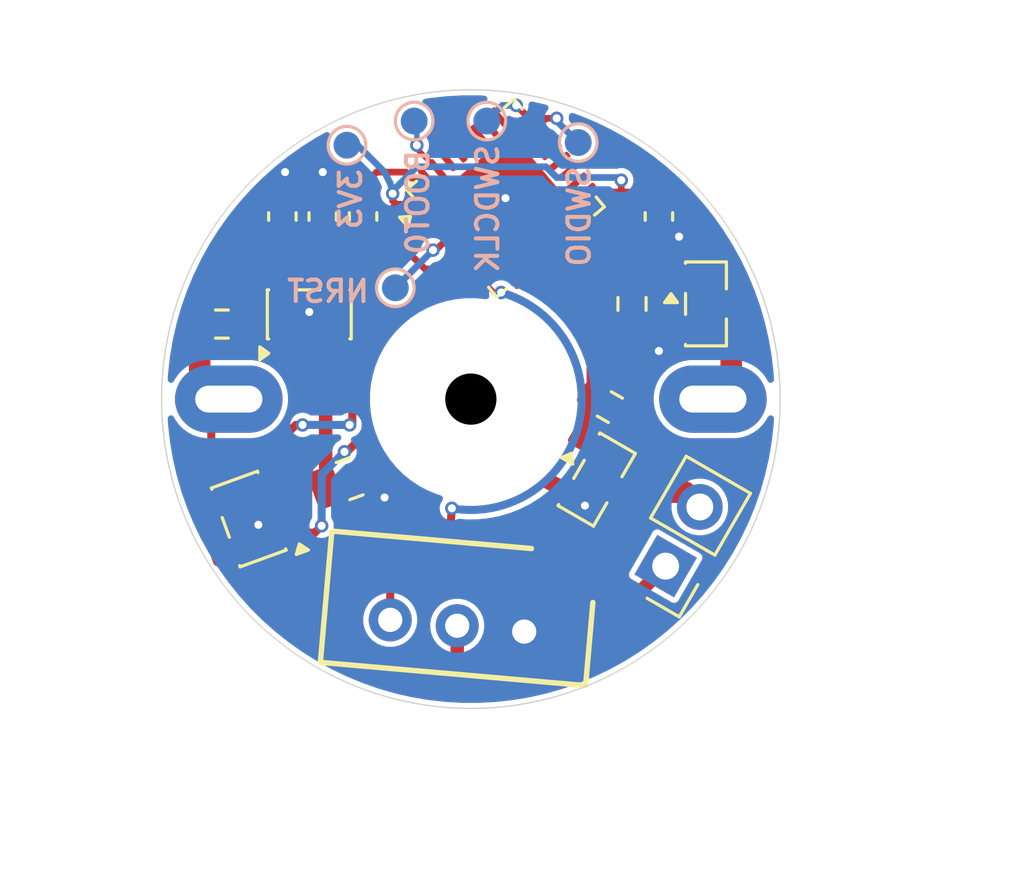
<source format=kicad_pcb>
(kicad_pcb (version 20241229) (generator "pcbnew") (generator_version "9.0")
  (layers (0 "F.Cu" signal) (2 "B.Cu" signal) (13 "F.Paste" user) (15 "B.Paste" user) (5 "F.SilkS" user "F.Silkscreen") (7 "B.SilkS" user "B.Silkscreen") (1 "F.Mask" user) (3 "B.Mask" user) (25 "Edge.Cuts" user))
  (net 0 "")
  (net 1 "GND")
  (net 2 "+3V3")
  (net 3 "+12V")
  (net 4 "Net-(J1-Pin_2)")
  (net 5 "UART_TX")
  (net 6 "PUMP")
  (net 7 "Vout")
  (net 8 "VALVE")
  (net 26 "Net-(Q1-D)")
  (net 28 "Net-(U3--)")
  (net 31 "/SWDIO")
  (net 32 "/SWDCLK")
  (net 33 "/NRST")
  (net 34 "/BOOT0")
  (footprint "Resistor_SMD:R_0603_1608Metric" (layer "F.Cu") (at 155.5 84 -90)
    (property "Reference" "R4" (hide yes))
    (property "Value" "100K")
    (fp_line (start -0.237258 0.5225) (end 0.237258 0.5225) (stroke (width 0.12)) (layer "F.SilkS"))
    (fp_line (start -0.237258 -0.5225) (end 0.237258 -0.5225) (stroke (width 0.12)) (layer "F.SilkS"))
    (pad "1" smd roundrect (at -0.825 0 270) (size 0.8 0.95) (layers "F.Cu" "F.Mask" "F.Paste") (net 6 "PUMP"))
    (pad "2" smd roundrect (at 0.825 0 270) (size 0.8 0.95) (layers "F.Cu" "F.Mask" "F.Paste") (net 1 "GND"))
  )
  (footprint "Capacitor_SMD:C_0603_1608Metric" (layer "F.Cu") (at 142.5 80.75 90)
    (property "Reference" "C2" (hide yes))
    (property "Value" "C 1uf")
    (fp_line (start -0.14058 -0.51) (end 0.14058 -0.51) (stroke (width 0.12)) (layer "F.SilkS"))
    (fp_line (start -0.14058 0.51) (end 0.14058 0.51) (stroke (width 0.12)) (layer "F.SilkS"))
    (pad "1" smd roundrect (at -0.775 0 90) (size 0.9 0.95) (layers "F.Cu" "F.Mask" "F.Paste") (net 2 "+3V3"))
    (pad "2" smd roundrect (at 0.775 0 90) (size 0.9 0.95) (layers "F.Cu" "F.Mask" "F.Paste") (net 1 "GND"))
  )
  (footprint "Capacitor_SMD:C_0805_2012Metric" (layer "F.Cu") (at 145 90.5 20)
    (property "Reference" "C1" (hide yes))
    (property "Value" "C 1uf")
    (fp_line (start -0.261252 -0.735) (end 0.261252 -0.735) (stroke (width 0.12)) (layer "F.SilkS"))
    (fp_line (start -0.261252 0.735) (end 0.261252 0.735) (stroke (width 0.12)) (layer "F.SilkS"))
    (pad "1" smd roundrect (at -0.95 0 20) (size 1 1.45) (layers "F.Cu" "F.Mask" "F.Paste") (net 3 "+12V"))
    (pad "2" smd roundrect (at 0.95 0 20) (size 1 1.45) (layers "F.Cu" "F.Mask" "F.Paste") (net 1 "GND"))
  )
  (footprint "Package_TO_SOT_SMD:SOT-23" (layer "F.Cu") (at 154.188101 90.53125 -30)
    (property "Reference" "Q2" (hide yes))
    (property "Value" "IRLML6344  (modèle du 6244)")
    (fp_line (start -0.760001 1.56) (end -0.76 1.51) (stroke (width 0.12)) (layer "F.SilkS"))
    (fp_line (start -0.760001 0.39) (end -0.760001 -0.39) (stroke (width 0.12)) (layer "F.SilkS"))
    (fp_line (start 0.760001 1.56) (end -0.760001 1.56) (stroke (width 0.12)) (layer "F.SilkS"))
    (fp_line (start -0.76 -1.51) (end -0.760001 -1.56) (stroke (width 0.12)) (layer "F.SilkS"))
    (fp_line (start -0.760001 -1.56) (end 0.760001 -1.56) (stroke (width 0.12)) (layer "F.SilkS"))
    (fp_line (start 0.76 0.56) (end 0.760001 1.56) (stroke (width 0.12)) (layer "F.SilkS"))
    (fp_line (start 0.760001 -1.56) (end 0.759999 -0.560001) (stroke (width 0.12)) (layer "F.SilkS"))
    (fp_poly (pts (xy -1.3 -0.379999) (xy -1.06 -0.050001) (xy -1.54 -0.050001)) (stroke (width 0.12)) (fill yes) (layer "F.SilkS"))
    (pad "1" smd roundrect (at -0.9375 -0.95 330) (size 1.475 0.6) (layers "F.Cu" "F.Mask" "F.Paste") (net 8 "VALVE"))
    (pad "2" smd roundrect (at -0.9375 0.95 330) (size 1.475 0.6) (layers "F.Cu" "F.Mask" "F.Paste") (net 1 "GND"))
    (pad "3" smd roundrect (at 0.9375 0 330) (size 1.475 0.6) (layers "F.Cu" "F.Mask" "F.Paste") (net 4 "Net-(J1-Pin_2)"))
  )
  (footprint "Resistor_SMD:R_0603_1608Metric" (layer "F.Cu") (at 154.675 87.8375 -30)
    (property "Reference" "R5" (hide yes))
    (property "Value" "100K")
    (fp_line (start -0.237258 0.5225) (end 0.237257 0.5225) (stroke (width 0.12)) (layer "F.SilkS"))
    (fp_line (start -0.237257 -0.5225) (end 0.237258 -0.5225) (stroke (width 0.12)) (layer "F.SilkS"))
    (pad "1" smd roundrect (at -0.825 0 330) (size 0.8 0.95) (layers "F.Cu" "F.Mask" "F.Paste") (net 8 "VALVE"))
    (pad "2" smd roundrect (at 0.825 0 330) (size 0.8 0.95) (layers "F.Cu" "F.Mask" "F.Paste") (net 1 "GND"))
  )
  (footprint "ENAC_robotique:SHDR3W70P0X250_1X3_990X490X590P" (layer "F.Cu") (at 151.490486 96.184121 -5)
    (property "Reference" "J2" (hide yes))
    (property "Value" "22-03-5035" (hide yes))
    (fp_line (start -7.449999 1.8) (end 2.45 1.8) (stroke (width 0.2)) (layer "F.SilkS"))
    (fp_line (start -7.449999 -3.1) (end -7.449999 1.8) (stroke (width 0.2)) (layer "F.SilkS"))
    (fp_line (start 0 -3.1) (end -7.449999 -3.1) (stroke (width 0.2)) (layer "F.SilkS"))
    (fp_line (start 2.45 1.8) (end 2.45 -1.299999) (stroke (width 0.2)) (layer "F.SilkS"))
    (pad "1" thru_hole rect (at 0 0 85) (size 1.6 1.6) (drill 0.9) (layers "*.Cu" "*.Mask") (net 1 "GND"))
    (pad "2" thru_hole circle (at -2.499999 -0.000001 85) (size 1.6 1.6) (drill 0.9) (layers "*.Cu" "*.Mask") (net 3 "+12V"))
    (pad "3" thru_hole circle (at -5.000001 0 85) (size 1.6 1.6) (drill 0.9) (layers "*.Cu" "*.Mask") (net 5 "UART_TX"))
  )
  (footprint "Package_TO_SOT_SMD:SOT-23-5" (layer "F.Cu") (at 143.5 84.3875 90)
    (property "Reference" "U2" (hide yes))
    (property "Value" "NCP718xSN120")
    (fp_line (start 0.91 -1.56) (end 0.91 -1.51) (stroke (width 0.12)) (layer "F.SilkS"))
    (fp_line (start -0.91 -1.56) (end 0.91 -1.56) (stroke (width 0.12)) (layer "F.SilkS"))
    (fp_line (start -0.91 -1.51) (end -0.91 -1.56) (stroke (width 0.12)) (layer "F.SilkS"))
    (fp_line (start 0.91 -0.39) (end 0.91 0.39) (stroke (width 0.12)) (layer "F.SilkS"))
    (fp_line (start 0.91 1.51) (end 0.91 1.56) (stroke (width 0.12)) (layer "F.SilkS"))
    (fp_line (start 0.91 1.56) (end -0.91 1.56) (stroke (width 0.12)) (layer "F.SilkS"))
    (fp_line (start -0.91 1.56) (end -0.91 1.51) (stroke (width 0.12)) (layer "F.SilkS"))
    (fp_poly (pts (xy -1.45 -1.51) (xy -1.69 -1.84) (xy -1.21 -1.84)) (stroke (width 0.12)) (fill yes) (layer "F.SilkS"))
    (pad "1" smd roundrect (at -1.1375 -0.95 90) (size 1.325 0.6) (layers "F.Cu" "F.Mask" "F.Paste") (net 3 "+12V"))
    (pad "2" smd roundrect (at -1.1375 0 90) (size 1.325 0.6) (layers "F.Cu" "F.Mask" "F.Paste") (net 1 "GND"))
    (pad "3" smd roundrect (at -1.1375 0.95 90) (size 1.325 0.6) (layers "F.Cu" "F.Mask" "F.Paste") (net 3 "+12V"))
    (pad "4" smd roundrect (at 1.1375 0.95 90) (size 1.325 0.6) (layers "F.Cu" "F.Mask" "F.Paste"))
    (pad "5" smd roundrect (at 1.1375 -0.95 90) (size 1.325 0.6) (layers "F.Cu" "F.Mask" "F.Paste") (net 2 "+3V3"))
  )
  (footprint "Connector_PinHeader_2.54mm:PinHeader_1x02_P2.54mm_Vertical" (layer "F.Cu") (at 156.75 93.75 150)
    (property "Reference" "J1" (hide yes))
    (property "Value" "Conn_01x02_Pin")
    (fp_line (start 1.380001 1.269999) (end 1.379999 3.920001) (stroke (width 0.12)) (layer "F.SilkS"))
    (fp_line (start -1.38 -1.38) (end 0 -1.380001) (stroke (width 0.12)) (layer "F.SilkS"))
    (fp_line (start -1.380001 0) (end -1.38 -1.38) (stroke (width 0.12)) (layer "F.SilkS"))
    (fp_line (start -1.38 1.27) (end 1.380001 1.269999) (stroke (width 0.12)) (layer "F.SilkS"))
    (fp_line (start -1.38 1.27) (end -1.380001 3.920001) (stroke (width 0.12)) (layer "F.SilkS"))
    (fp_line (start -1.380001 3.920001) (end 1.379999 3.920001) (stroke (width 0.12)) (layer "F.SilkS"))
    (pad "1" thru_hole rect (at 0 0 150) (size 1.7 1.7) (drill 1) (layers "*.Cu" "*.Mask") (net 3 "+12V"))
    (pad "2" thru_hole circle (at 0 2.54 150) (size 1.7 1.7) (drill 1) (layers "*.Cu" "*.Mask") (net 4 "Net-(J1-Pin_2)"))
  )
  (footprint "Capacitor_SMD:C_0603_1608Metric" (layer "F.Cu") (at 145.5 80.75 90)
    (property "Reference" "C3" (hide yes))
    (property "Value" "4U7")
    (fp_line (start -0.14058 -0.51) (end 0.14058 -0.51) (stroke (width 0.12)) (layer "F.SilkS"))
    (fp_line (start -0.14058 0.51) (end 0.14058 0.51) (stroke (width 0.12)) (layer "F.SilkS"))
    (pad "1" smd roundrect (at -0.775 0 90) (size 0.9 0.95) (layers "F.Cu" "F.Mask" "F.Paste") (net 2 "+3V3"))
    (pad "2" smd roundrect (at 0.775 0 90) (size 0.9 0.95) (layers "F.Cu" "F.Mask" "F.Paste") (net 1 "GND"))
  )
  (footprint "Package_TO_SOT_SMD:SOT-23-5" (layer "F.Cu") (at 141.25 92 -160)
    (property "Reference" "U3" (hide yes))
    (property "Value" "INA180A1")
    (fp_line (start 0.91 1.56) (end -0.91 1.56) (stroke (width 0.12)) (layer "F.SilkS"))
    (fp_line (start 0.91 1.510001) (end 0.91 1.56) (stroke (width 0.12)) (layer "F.SilkS"))
    (fp_line (start 0.909999 -0.39) (end 0.91 0.39) (stroke (width 0.12)) (layer "F.SilkS"))
    (fp_line (start 0.91 -1.56) (end 0.91 -1.51) (stroke (width 0.12)) (layer "F.SilkS"))
    (fp_line (start -0.91 1.56) (end -0.91 1.51) (stroke (width 0.12)) (layer "F.SilkS"))
    (fp_line (start -0.91 -1.510001) (end -0.91 -1.56) (stroke (width 0.12)) (layer "F.SilkS"))
    (fp_line (start -0.91 -1.56) (end 0.91 -1.56) (stroke (width 0.12)) (layer "F.SilkS"))
    (fp_poly (pts (xy -1.45 -1.51) (xy -1.690001 -1.84) (xy -1.21 -1.84)) (stroke (width 0.12)) (fill yes) (layer "F.SilkS"))
    (pad "1" smd roundrect (at -1.1375 -0.95 200) (size 1.325 0.6) (layers "F.Cu" "F.Mask" "F.Paste") (net 7 "Vout"))
    (pad "2" smd roundrect (at -1.1375 0 200) (size 1.325 0.6) (layers "F.Cu" "F.Mask" "F.Paste") (net 1 "GND"))
    (pad "3" smd roundrect (at -1.1375 0.95 200) (size 1.325 0.6) (layers "F.Cu" "F.Mask" "F.Paste") (net 3 "+12V"))
    (pad "4" smd roundrect (at 1.1375 0.95 200) (size 1.325 0.6) (layers "F.Cu" "F.Mask" "F.Paste") (net 28 "Net-(U3--)"))
    (pad "5" smd roundrect (at 1.1375 -0.95 200) (size 1.325 0.6) (layers "F.Cu" "F.Mask" "F.Paste") (net 2 "+3V3"))
  )
  (footprint "Package_DFN_QFN:QFN-32-1EP_5x5mm_P0.5mm_EP3.45x3.45mm" (layer "F.Cu") (at 150.793783 80.067888 40)
    (property "Reference" "U4" (hide yes))
    (property "Value" "STM32L432KCUx")
    (fp_line (start -2.609999 -2.61) (end -2.135 -2.610001) (stroke (width 0.12)) (layer "F.SilkS"))
    (fp_line (start -2.61 -2.135) (end -2.609999 -2.61) (stroke (width 0.12)) (layer "F.SilkS"))
    (fp_line (start -2.61 2.609999) (end -2.610001 2.135) (stroke (width 0.12)) (layer "F.SilkS"))
    (fp_line (start 2.135 -2.61) (end 2.61 -2.609999) (stroke (width 0.12)) (layer "F.SilkS"))
    (fp_line (start -2.135 2.61) (end -2.61 2.609999) (stroke (width 0.12)) (layer "F.SilkS"))
    (fp_line (start 2.61 -2.609999) (end 2.610001 -2.135) (stroke (width 0.12)) (layer "F.SilkS"))
    (fp_line (start 2.61 2.135) (end 2.609999 2.61) (stroke (width 0.12)) (layer "F.SilkS"))
    (fp_line (start 2.609999 2.61) (end 2.135 2.610001) (stroke (width 0.12)) (layer "F.SilkS"))
    (fp_poly (pts (xy -3.14 -1.75) (xy -3.47 -1.51) (xy -3.47 -1.989999)) (stroke (width 0.12)) (fill yes) (layer "F.SilkS"))
    (pad "1" smd roundrect (at -2.4375 -1.75 40) (size 0.875 0.25) (layers "F.Cu" "F.Mask" "F.Paste") (net 2 "+3V3"))
    (pad "2" smd roundrect (at -2.437499 -1.25 40) (size 0.875 0.25) (layers "F.Cu" "F.Mask" "F.Paste"))
    (pad "3" smd roundrect (at -2.4375 -0.75 40) (size 0.875 0.25) (layers "F.Cu" "F.Mask" "F.Paste"))
    (pad "4" smd roundrect (at -2.437499 -0.25 40) (size 0.875 0.25) (layers "F.Cu" "F.Mask" "F.Paste") (net 33 "/NRST"))
    (pad "5" smd roundrect (at -2.4375 0.25 40) (size 0.875 0.25) (layers "F.Cu" "F.Mask" "F.Paste") (net 2 "+3V3"))
    (pad "6" smd roundrect (at -2.4375 0.75 40) (size 0.875 0.25) (layers "F.Cu" "F.Mask" "F.Paste"))
    (pad "7" smd roundrect (at -2.437501 1.25 40) (size 0.875 0.25) (layers "F.Cu" "F.Mask" "F.Paste") (net 7 "Vout"))
    (pad "8" smd roundrect (at -2.4375 1.75 40) (size 0.875 0.25) (layers "F.Cu" "F.Mask" "F.Paste") (net 5 "UART_TX"))
    (pad "9" smd roundrect (at -1.75 2.4375 40) (size 0.25 0.875) (layers "F.Cu" "F.Mask" "F.Paste"))
    (pad "10" smd roundrect (at -1.25 2.437499 40) (size 0.25 0.875) (layers "F.Cu" "F.Mask" "F.Paste"))
    (pad "11" smd roundrect (at -0.75 2.4375 40) (size 0.25 0.875) (layers "F.Cu" "F.Mask" "F.Paste"))
    (pad "12" smd roundrect (at -0.25 2.437499 40) (size 0.25 0.875) (layers "F.Cu" "F.Mask" "F.Paste"))
    (pad "13" smd roundrect (at 0.25 2.4375 40) (size 0.25 0.875) (layers "F.Cu" "F.Mask" "F.Paste") (net 8 "VALVE"))
    (pad "14" smd roundrect (at 0.75 2.4375 40) (size 0.25 0.875) (layers "F.Cu" "F.Mask" "F.Paste") (net 6 "PUMP"))
    (pad "15" smd roundrect (at 1.25 2.437501 40) (size 0.25 0.875) (layers "F.Cu" "F.Mask" "F.Paste"))
    (pad "16" smd roundrect (at 1.75 2.4375 40) (size 0.25 0.875) (layers "F.Cu" "F.Mask" "F.Paste") (net 1 "GND"))
    (pad "17" smd roundrect (at 2.4375 1.75 40) (size 0.875 0.25) (layers "F.Cu" "F.Mask" "F.Paste") (net 2 "+3V3"))
    (pad "18" smd roundrect (at 2.437499 1.25 40) (size 0.875 0.25) (layers "F.Cu" "F.Mask" "F.Paste"))
    (pad "19" smd roundrect (at 2.4375 0.75 40) (size 0.875 0.25) (layers "F.Cu" "F.Mask" "F.Paste"))
    (pad "20" smd roundrect (at 2.437499 0.25 40) (size 0.875 0.25) (layers "F.Cu" "F.Mask" "F.Paste"))
    (pad "21" smd roundrect (at 2.4375 -0.25 40) (size 0.875 0.25) (layers "F.Cu" "F.Mask" "F.Paste"))
    (pad "22" smd roundrect (at 2.4375 -0.75 40) (size 0.875 0.25) (layers "F.Cu" "F.Mask" "F.Paste"))
    (pad "23" smd roundrect (at 2.437501 -1.25 40) (size 0.875 0.25) (layers "F.Cu" "F.Mask" "F.Paste") (net 31 "/SWDIO"))
    (pad "24" smd roundrect (at 2.4375 -1.75 40) (size 0.875 0.25) (layers "F.Cu" "F.Mask" "F.Paste") (net 32 "/SWDCLK"))
    (pad "25" smd roundrect (at 1.75 -2.4375 40) (size 0.25 0.875) (layers "F.Cu" "F.Mask" "F.Paste"))
    (pad "26" smd roundrect (at 1.25 -2.437499 40) (size 0.25 0.875) (layers "F.Cu" "F.Mask" "F.Paste"))
    (pad "27" smd roundrect (at 0.75 -2.4375 40) (size 0.25 0.875) (layers "F.Cu" "F.Mask" "F.Paste"))
    (pad "28" smd roundrect (at 0.25 -2.437499 40) (size 0.25 0.875) (layers "F.Cu" "F.Mask" "F.Paste"))
    (pad "29" smd roundrect (at -0.25 -2.4375 40) (size 0.25 0.875) (layers "F.Cu" "F.Mask" "F.Paste"))
    (pad "30" smd roundrect (at -0.75 -2.4375 40) (size 0.25 0.875) (layers "F.Cu" "F.Mask" "F.Paste"))
    (pad "31" smd roundrect (at -1.25 -2.437501 40) (size 0.25 0.875) (layers "F.Cu" "F.Mask" "F.Paste") (net 34 "/BOOT0"))
    (pad "32" smd roundrect (at -1.75 -2.4375 40) (size 0.25 0.875) (layers "F.Cu" "F.Mask" "F.Paste") (net 1 "GND"))
    (pad "33" smd rect (at 0 0 40) (size 3.45 3.45) (property pad_prop_heatsink) (layers "F.Cu" "F.Mask") (net 1 "GND"))
  )
  (footprint "Package_TO_SOT_SMD:SOT-23" (layer "F.Cu") (at 158.25 84)
    (property "Reference" "Q1" (hide yes))
    (property "Value" "IRLML6344  (modèle du 6244)")
    (fp_line (start -0.76 -1.56) (end 0.76 -1.56) (stroke (width 0.12)) (layer "F.SilkS"))
    (fp_line (start -0.76 -1.51) (end -0.76 -1.56) (stroke (width 0.12)) (layer "F.SilkS"))
    (fp_line (start -0.76 0.39) (end -0.76 -0.39) (stroke (width 0.12)) (layer "F.SilkS"))
    (fp_line (start -0.76 1.56) (end -0.76 1.51) (stroke (width 0.12)) (layer "F.SilkS"))
    (fp_line (start 0.76 -1.56) (end 0.76 -0.56) (stroke (width 0.12)) (layer "F.SilkS"))
    (fp_line (start 0.76 0.56) (end 0.76 1.56) (stroke (width 0.12)) (layer "F.SilkS"))
    (fp_line (start 0.76 1.56) (end -0.76 1.56) (stroke (width 0.12)) (layer "F.SilkS"))
    (fp_poly (pts (xy -1.3 -0.38) (xy -1.06 -0.05) (xy -1.54 -0.05)) (stroke (width 0.12)) (fill yes) (layer "F.SilkS"))
    (pad "1" smd roundrect (at -0.9375 -0.95) (size 1.475 0.6) (layers "F.Cu" "F.Mask" "F.Paste") (net 6 "PUMP"))
    (pad "2" smd roundrect (at -0.9375 0.95) (size 1.475 0.6) (layers "F.Cu" "F.Mask" "F.Paste") (net 1 "GND"))
    (pad "3" smd roundrect (at 0.9375 0) (size 1.475 0.6) (layers "F.Cu" "F.Mask" "F.Paste") (net 26 "Net-(Q1-D)"))
  )
  (footprint "ENAC_robotique:pompe" (layer "F.Cu") (at 149.5075 87.54)
    (property "Reference" "U1" (hide yes))
    (property "Value" "~")
    (fp_circle (center 0 0) (end 11.5 0) (stroke (width 0.05)) (fill no) (layer "Edge.Cuts"))
    (pad "" np_thru_hole circle (at 0 0) (size 1.905 1.905) (drill 7) (layers))
    (pad "1" thru_hole oval (at -9 0) (size 4 2.5) (drill oval 2.5 1) (layers "*.Cu" "*.Mask") (net 28 "Net-(U3--)"))
    (pad "2" thru_hole oval (at 9 0) (size 4 2.5) (drill oval 2.5 1) (layers "*.Cu" "*.Mask") (net 26 "Net-(Q1-D)"))
  )
  (footprint "Resistor_SMD:R_0603_1608Metric" (layer "F.Cu") (at 140.25 84.75 180)
    (property "Reference" "R1" (hide yes))
    (property "Value" "Rsens")
    (fp_line (start -0.237258 0.5225) (end 0.237258 0.5225) (stroke (width 0.12)) (layer "F.SilkS"))
    (fp_line (start -0.237258 -0.5225) (end 0.237258 -0.5225) (stroke (width 0.12)) (layer "F.SilkS"))
    (pad "1" smd roundrect (at -0.825 0 180) (size 0.8 0.95) (layers "F.Cu" "F.Mask" "F.Paste") (net 3 "+12V"))
    (pad "2" smd roundrect (at 0.825 0 180) (size 0.8 0.95) (layers "F.Cu" "F.Mask" "F.Paste") (net 28 "Net-(U3--)"))
  )
  (footprint "Capacitor_SMD:C_0603_1608Metric" (layer "F.Cu") (at 144 80.75 90)
    (property "Reference" "C4" (hide yes))
    (property "Value" "100n")
    (fp_line (start -0.14058 -0.51) (end 0.14058 -0.51) (stroke (width 0.12)) (layer "F.SilkS"))
    (fp_line (start -0.14058 0.51) (end 0.14058 0.51) (stroke (width 0.12)) (layer "F.SilkS"))
    (pad "1" smd roundrect (at -0.775 0 90) (size 0.9 0.95) (layers "F.Cu" "F.Mask" "F.Paste") (net 2 "+3V3"))
    (pad "2" smd roundrect (at 0.775 0 90) (size 0.9 0.95) (layers "F.Cu" "F.Mask" "F.Paste") (net 1 "GND"))
  )
  (footprint "Capacitor_SMD:C_0603_1608Metric" (layer "F.Cu") (at 156.5 80.75 -90)
    (property "Reference" "C5" (hide yes))
    (property "Value" "100n")
    (fp_line (start -0.14058 0.51) (end 0.14058 0.51) (stroke (width 0.12)) (layer "F.SilkS"))
    (fp_line (start -0.14058 -0.51) (end 0.14058 -0.51) (stroke (width 0.12)) (layer "F.SilkS"))
    (pad "1" smd roundrect (at -0.775 0 270) (size 0.9 0.95) (layers "F.Cu" "F.Mask" "F.Paste") (net 2 "+3V3"))
    (pad "2" smd roundrect (at 0.775 0 270) (size 0.9 0.95) (layers "F.Cu" "F.Mask" "F.Paste") (net 1 "GND"))
  )
  (footprint "TestPoint:TestPoint_Pad_D1.0mm" (layer "B.Cu") (at 146.7 83.4 180)
    (property "Reference" "TP3" (hide yes))
    (property "Value" "NRST_TP" (hide yes))
    (fp_circle (center 0 0) (end 0 -0.7) (stroke (width 0.12)) (fill no) (layer "B.SilkS"))
    (pad "1" smd circle (at 0 0 180) (size 1 1) (layers "B.Cu" "B.Mask") (net 33 "/NRST"))
  )
  (footprint "TestPoint:TestPoint_Pad_D1.0mm" (layer "B.Cu") (at 153.5 78 180)
    (property "Reference" "TP1" (hide yes))
    (property "Value" "SWDIO_TP" (hide yes))
    (fp_circle (center 0 0) (end 0 -0.7) (stroke (width 0.12)) (fill no) (layer "B.SilkS"))
    (pad "1" smd circle (at 0 0 180) (size 1 1) (layers "B.Cu" "B.Mask") (net 31 "/SWDIO"))
  )
  (footprint "TestPoint:TestPoint_Pad_D1.0mm" (layer "B.Cu") (at 150.1 77.2 180)
    (property "Reference" "TP2" (hide yes))
    (property "Value" "SWDCLK_TP" (hide yes))
    (fp_circle (center 0 0) (end 0 -0.7) (stroke (width 0.12)) (fill no) (layer "B.SilkS"))
    (pad "1" smd circle (at 0 0 180) (size 1 1) (layers "B.Cu" "B.Mask") (net 32 "/SWDCLK"))
  )
  (footprint "TestPoint:TestPoint_Pad_D1.0mm" (layer "B.Cu") (at 147.4 77.2 180)
    (property "Reference" "TP5" (hide yes))
    (property "Value" "BOOT0_TP" (hide yes))
    (fp_circle (center 0 0) (end 0 -0.7) (stroke (width 0.12)) (fill no) (layer "B.SilkS"))
    (pad "1" smd circle (at 0 0 180) (size 1 1) (layers "B.Cu" "B.Mask") (net 34 "/BOOT0"))
  )
  (footprint "TestPoint:TestPoint_Pad_D1.0mm" (layer "B.Cu") (at 144.9 78.1 180)
    (property "Reference" "TP4" (hide yes))
    (property "Value" "3V3_TP" (hide yes))
    (fp_circle (center 0 0) (end 0 -0.7) (stroke (width 0.12)) (fill no) (layer "B.SilkS"))
    (pad "1" smd circle (at 0 0 180) (size 1 1) (layers "B.Cu" "B.Mask") (net 2 "+3V3"))
  )
  (gr_arc (start 150.635244 83.576119) (mid 153.524939 88.45888) (end 148.8 91.6) (stroke (width 0.3)) (layer "B.Cu") (net 5))
  (gr_text "3V3" (at 145.5 78.9 90) (layer "B.SilkS") (effects (font (size 0.8 0.8) (thickness 0.15) (bold yes)) (justify left bottom mirror)))
  (gr_text "NRST" (at 145.8 84 0) (layer "B.SilkS") (effects (font (size 0.8 0.8) (thickness 0.15) (bold yes)) (justify left bottom mirror)))
  (gr_text "BOOT0" (at 148 78.2 90) (layer "B.SilkS") (effects (font (size 0.8 0.8) (thickness 0.15) (bold yes)) (justify left bottom mirror)))
  (gr_text "SWDCLK" (at 150.6 78 90) (layer "B.SilkS") (effects (font (size 0.8 0.8) (thickness 0.15) (bold yes)) (justify left bottom mirror)))
  (gr_text "SWDIO" (at 154 78.8 90) (layer "B.SilkS") (effects (font (size 0.8 0.8) (thickness 0.15) (bold yes)) (justify left bottom mirror)))
  (segment (start 156.5 84.95) (end 155.625 84.95) (width 0.5) (layer "F.Cu") (net 1))
  (segment (start 156.5 81.525) (end 157.225 81.525) (width 0.5) (layer "F.Cu") (net 1))
  (segment (start 155.389471 86.860529) (end 156.5 85.75) (width 0.5) (layer "F.Cu") (net 1))
  (segment (start 155.625 84.95) (end 155.5 84.825) (width 0.5) (layer "F.Cu") (net 1))
  (segment (start 157.225 81.525) (end 157.25 81.5) (width 0.5) (layer "F.Cu") (net 1))
  (segment (start 155.275 81.525) (end 156.5 81.525) (width 0.25) (layer "F.Cu") (net 1))
  (segment (start 155.389471 88.25) (end 155.389471 86.860529) (width 0.5) (layer "F.Cu") (net 1))
  (segment (start 142.5 79.975) (end 144 79.975) (width 0.5) (layer "F.Cu") (net 1))
  (segment (start 147.1 79.1) (end 146 79.1) (width 0.25) (layer "F.Cu") (net 1))
  (segment (start 157.3125 84.95) (end 156.5 84.95) (width 0.5) (layer "F.Cu") (net 1))
  (segment (start 143.5 85.525) (end 143.5 84.3) (width 0.3) (layer "F.Cu") (net 1))
  (segment (start 147.88641 79.325533) (end 147.325533 79.325533) (width 0.25) (layer "F.Cu") (net 1))
  (segment (start 144 79.975) (end 145.5 79.975) (width 0.5) (layer "F.Cu") (net 1))
  (segment (start 142.3189 91.610952) (end 142.207079 91.610952) (width 0.25) (layer "F.Cu") (net 1))
  (segment (start 153.135224 90.885224) (end 153.75 91.5) (width 0.5) (layer "F.Cu") (net 1))
  (segment (start 146 79.1) (end 145.5 79.6) (width 0.25) (layer "F.Cu") (net 1))
  (segment (start 147.88641 79.325533) (end 148.628765 80.067888) (width 0.2) (layer "F.Cu") (net 1))
  (segment (start 148.628765 80.067888) (end 150.793783 80.067888) (width 0.2) (layer "F.Cu") (net 1))
  (segment (start 144 79.1) (end 144 79.975) (width 0.3) (layer "F.Cu") (net 1))
  (segment (start 153.701156 80.810243) (end 152.958801 80.067888) (width 0.2) (layer "F.Cu") (net 1))
  (segment (start 152.901202 90.885224) (end 153.135224 90.885224) (width 0.5) (layer "F.Cu") (net 1))
  (segment (start 145.892708 90.792708) (end 146.3 91.2) (width 0.5) (layer "F.Cu") (net 1))
  (segment (start 147.325533 79.325533) (end 147.1 79.1) (width 0.25) (layer "F.Cu") (net 1))
  (segment (start 142.6 79.1) (end 142.6 79.875) (width 0.3) (layer "F.Cu") (net 1))
  (segment (start 154.560243 80.810243) (end 155.275 81.525) (width 0.25) (layer "F.Cu") (net 1))
  (segment (start 156.5 85.75) (end 156.5 84.95) (width 0.5) (layer "F.Cu") (net 1))
  (segment (start 145.892708 90.175081) (end 145.892708 90.792708) (width 0.5) (layer "F.Cu") (net 1))
  (segment (start 145.5 79.6) (end 145.5 79.975) (width 0.25) (layer "F.Cu") (net 1))
  (segment (start 152.958801 80.067888) (end 150.793783 80.067888) (width 0.2) (layer "F.Cu") (net 1))
  (segment (start 153.701156 80.810243) (end 154.560243 80.810243) (width 0.25) (layer "F.Cu") (net 1))
  (segment (start 142.6 79.875) (end 142.5 79.975) (width 0.3) (layer "F.Cu") (net 1))
  (segment (start 142.207079 91.610952) (end 141.60589 92.212141) (width 0.25) (layer "F.Cu") (net 1))
  (via (at 142.6 79.1) (size 0.5) (drill 0.3) (layers "F.Cu" "B.Cu") (net 1))
  (via (at 141.60589 92.212141) (size 0.5) (drill 0.3) (layers "F.Cu" "B.Cu") (net 1))
  (via (at 157.25 81.5) (size 0.5) (drill 0.3) (layers "F.Cu" "B.Cu") (net 1))
  (via (at 153.75 91.5) (size 0.5) (drill 0.3) (layers "F.Cu" "B.Cu") (net 1))
  (via (at 150.793783 80.067888) (size 0.5) (drill 0.3) (layers "F.Cu" "B.Cu") (net 1))
  (via (at 146.3 91.2) (size 0.5) (drill 0.3) (layers "F.Cu" "B.Cu") (net 1))
  (via (at 156.5 85.75) (size 0.5) (drill 0.3) (layers "F.Cu" "B.Cu") (net 1))
  (via (at 144 79.1) (size 0.5) (drill 0.3) (layers "F.Cu" "B.Cu") (net 1))
  (via (at 143.5 84.3) (size 0.5) (drill 0.3) (layers "F.Cu" "B.Cu") (net 1))
  (segment (start 142.5 81.525) (end 142.5 83.2) (width 0.5) (layer "F.Cu") (net 2))
  (segment (start 145.101 88.399) (end 145.101 85.699) (width 0.3) (layer "F.Cu") (net 2))
  (segment (start 142 89.5) (end 141.75 89.5) (width 0.3) (layer "F.Cu") (net 2))
  (segment (start 140.957292 91.457292) (end 141 91.5) (width 0.3) (layer "F.Cu") (net 2))
  (segment (start 145.5 85.3) (end 145.5 81.525) (width 0.3) (layer "F.Cu") (net 2))
  (segment (start 149.087246 81.826194) (end 148.4 82.51344) (width 0.25) (layer "F.Cu") (net 2))
  (segment (start 142.5 81.525) (end 143.25 81.525) (width 0.5) (layer "F.Cu") (net 2))
  (segment (start 145 88.5) (end 145.101 88.399) (width 0.3) (layer "F.Cu") (net 2))
  (segment (start 148.21344 82.7) (end 148.4 82.51344) (width 0.25) (layer "F.Cu") (net 2))
  (segment (start 141.75 89.5) (end 140.957292 90.292708) (width 0.3) (layer "F.Cu") (net 2))
  (segment (start 146.730895 80.294105) (end 146.6 80.16321) (width 0.25) (layer "F.Cu") (net 2))
  (segment (start 155.1 79.841671) (end 156.366671 79.841671) (width 0.25) (layer "F.Cu") (net 2))
  (segment (start 156.366671 79.841671) (end 156.5 79.975) (width 0.25) (layer "F.Cu") (net 2))
  (segment (start 147.8 82.7) (end 148.21344 82.7) (width 0.25) (layer "F.Cu") (net 2))
  (segment (start 142.5 83.2) (end 142.55 83.25) (width 0.5) (layer "F.Cu") (net 2))
  (segment (start 141 91.5) (end 141 92.787775) (width 0.3) (layer "F.Cu") (net 2))
  (segment (start 153.785895 79.841671) (end 155.1 79.841671) (width 0.25) (layer "F.Cu") (net 2))
  (segment (start 146.730895 80.294105) (end 146.1375 80.8875) (width 0.25) (layer "F.Cu") (net 2))
  (segment (start 146.1375 81.0375) (end 146.1375 80.8875) (width 0.25) (layer "F.Cu") (net 2))
  (segment (start 147.8 82.7) (end 146.1375 81.0375) (width 0.25) (layer "F.Cu") (net 2))
  (segment (start 146.1375 80.8875) (end 145.5 81.525) (width 0.25) (layer "F.Cu") (net 2))
  (segment (start 143.25 88.5) (end 143 88.5) (width 0.3) (layer "F.Cu") (net 2))
  (segment (start 141 92.787775) (end 140.506019 93.281756) (width 0.3) (layer "F.Cu") (net 2))
  (segment (start 145.5 81.525) (end 144 81.525) (width 0.5) (layer "F.Cu") (net 2))
  (segment (start 143 88.5) (end 142 89.5) (width 0.3) (layer "F.Cu") (net 2))
  (segment (start 155.1 79.4) (end 155.1 79.841671) (width 0.25) (layer "F.Cu") (net 2))
  (segment (start 147.801671 80.294105) (end 146.730895 80.294105) (width 0.25) (layer "F.Cu") (net 2))
  (segment (start 143.25 81.525) (end 144 81.525) (width 0.5) (layer "F.Cu") (net 2))
  (segment (start 145.101 85.699) (end 145.5 85.3) (width 0.3) (layer "F.Cu") (net 2))
  (segment (start 143.35 81.625) (end 143.25 81.525) (width 0.5) (layer "F.Cu") (net 2))
  (segment (start 140.957292 90.292708) (end 140.957292 91.457292) (width 0.3) (layer "F.Cu") (net 2))
  (segment (start 146.6 80.16321) (end 146.6 79.9) (width 0.25) (layer "F.Cu") (net 2))
  (via (at 155.1 79.4) (size 0.5) (drill 0.3) (layers "F.Cu" "B.Cu") (net 2))
  (via (at 146.6 79.9) (size 0.5) (drill 0.3) (layers "F.Cu" "B.Cu") (net 2))
  (via (at 145 88.5) (size 0.5) (drill 0.3) (layers "F.Cu" "B.Cu") (net 2))
  (via (at 143.25 88.5) (size 0.5) (drill 0.3) (layers "F.Cu" "B.Cu") (net 2))
  (segment (start 147.5 78.9) (end 150 78.9) (width 0.25) (layer "B.Cu") (net 2))
  (segment (start 146.6 79.8) (end 146.5 79.5) (width 0.25) (layer "B.Cu") (net 2))
  (segment (start 155 79.3) (end 155.1 79.4) (width 0.25) (layer "B.Cu") (net 2))
  (segment (start 154.3 79.3) (end 155 79.3) (width 0.25) (layer "B.Cu") (net 2))
  (segment (start 150 78.9) (end 152.3 78.9) (width 0.25) (layer "B.Cu") (net 2))
  (segment (start 146.3 79.1) (end 145.3 78.1) (width 0.25) (layer "B.Cu") (net 2))
  (segment (start 152.7 79.3) (end 154.3 79.3) (width 0.25) (layer "B.Cu") (net 2))
  (segment (start 146.6 79.8) (end 147.5 78.9) (width 0.25) (layer "B.Cu") (net 2))
  (segment (start 152.3 78.9) (end 152.6 79.2) (width 0.25) (layer "B.Cu") (net 2))
  (segment (start 145 88.5) (end 143.25 88.5) (width 0.3) (layer "B.Cu") (net 2))
  (segment (start 145.3 78.1) (end 144.9 78.1) (width 0.25) (layer "B.Cu") (net 2))
  (segment (start 146.5 79.5) (end 146.3 79.1) (width 0.25) (layer "B.Cu") (net 2))
  (segment (start 152.6 79.2) (end 152.7 79.3) (width 0.25) (layer "B.Cu") (net 2))
  (segment (start 146.6 79.9) (end 146.6 79.8) (width 0.25) (layer "B.Cu") (net 2))
  (segment (start 142.55 85.525) (end 141.775 84.75) (width 0.5) (layer "F.Cu") (net 3))
  (segment (start 143.072225 89.64) (end 141.993981 90.718244) (width 0.5) (layer "F.Cu") (net 3))
  (segment (start 152.5 98) (end 149 98) (width 0.5) (layer "F.Cu") (net 3))
  (segment (start 146.33 98) (end 144.66 96.33) (width 0.5) (layer "F.Cu") (net 3))
  (segment (start 144.107292 87.617292) (end 144.45 87.274584) (width 0.5) (layer "F.Cu") (net 3))
  (segment (start 144.66 96.33) (end 144.66 91.377627) (width 0.5) (layer "F.Cu") (net 3))
  (segment (start 149 98) (end 146.33 98) (width 0.5) (layer "F.Cu") (net 3))
  (segment (start 143.867292 87.617292) (end 142.55 86.3) (width 0.5) (layer "F.Cu") (net 3))
  (segment (start 149 95.966231) (end 149 98) (width 0.5) (layer "F.Cu") (net 3))
  (segment (start 142.55 86.3) (end 142.55 85.525) (width 0.5) (layer "F.Cu") (net 3))
  (segment (start 144.45 87.274584) (end 144.45 85.525) (width 0.5) (layer "F.Cu") (net 3))
  (segment (start 144.107292 89.64) (end 143.072225 89.64) (width 0.5) (layer "F.Cu") (net 3))
  (segment (start 144.107292 87.617292) (end 143.867292 87.617292) (width 0.5) (layer "F.Cu") (net 3))
  (segment (start 156.75 93.75) (end 152.5 98) (width 0.5) (layer "F.Cu") (net 3))
  (segment (start 144.66 91.377627) (end 144.107292 90.824919) (width 0.5) (layer "F.Cu") (net 3))
  (segment (start 144.107292 90.824919) (end 144.107292 89.64) (width 0.5) (layer "F.Cu") (net 3))
  (segment (start 144.107292 89.64) (end 144.107292 87.617292) (width 0.5) (layer "F.Cu") (net 3))
  (segment (start 141.775 84.75) (end 141.075 84.75) (width 0.5) (layer "F.Cu") (net 3))
  (segment (start 157.469705 91) (end 158.02 91.550295) (width 0.8) (layer "F.Cu") (net 4))
  (segment (start 155 91) (end 157.469705 91) (width 0.8) (layer "F.Cu") (net 4))
  (segment (start 146.509512 94.490488) (end 146.509512 95.748342) (width 0.3) (layer "F.Cu") (net 5))
  (segment (start 150.635244 83.576119) (end 150.376119 83.576119) (width 0.2) (layer "F.Cu") (net 5))
  (segment (start 150.051428 82.975261) (end 150.051428 83.251428) (width 0.25) (layer "F.Cu") (net 5))
  (segment (start 148.75 92.25) (end 146.509512 94.490488) (width 0.3) (layer "F.Cu") (net 5))
  (segment (start 150.376119 83.576119) (end 150.051428 83.251428) (width 0.2) (layer "F.Cu") (net 5))
  (segment (start 148.8 91.6) (end 148.75 92.25) (width 0.3) (layer "F.Cu") (net 5))
  (via (at 148.8 91.6) (size 0.5) (drill 0.3) (layers "F.Cu" "B.Cu") (net 5))
  (via (at 150.635244 83.576119) (size 0.5) (drill 0.3) (layers "F.Cu" "B.Cu") (net 5))
  (segment (start 154.375 83.175) (end 154.1 82.9) (width 0.3) (layer "F.Cu") (net 6))
  (segment (start 157.3125 83.05) (end 155.625 83.05) (width 0.5) (layer "F.Cu") (net 6))
  (segment (start 152.935111 81.453031) (end 152.953031 81.453031) (width 0.25) (layer "F.Cu") (net 6))
  (segment (start 155.625 83.05) (end 155.5 83.175) (width 0.5) (layer "F.Cu") (net 6))
  (segment (start 154.1 82.6) (end 154.1 82.9) (width 0.25) (layer "F.Cu") (net 6))
  (segment (start 152.953031 81.453031) (end 154.1 82.6) (width 0.25) (layer "F.Cu") (net 6))
  (segment (start 155.5 83.175) (end 154.375 83.175) (width 0.3) (layer "F.Cu") (net 6))
  (segment (start 149.409652 82.912621) (end 149.1 82.912621) (width 0.25) (layer "F.Cu") (net 7))
  (segment (start 143.70634 92.50366) (end 143.96 92.25) (width 0.3) (layer "F.Cu") (net 7))
  (segment (start 145.6 88.6) (end 145.6065 88.5935) (width 0.3) (layer "F.Cu") (net 7))
  (segment (start 146.115327 85.415326) (end 146.715327 84.815326) (width 0.3) (layer "F.Cu") (net 7))
  (segment (start 144.9 89.5) (end 145.6 88.8) (width 0.3) (layer "F.Cu") (net 7))
  (segment (start 149.730034 82.592239) (end 149.409652 82.912621) (width 0.25) (layer "F.Cu") (net 7))
  (segment (start 145.6065 85.924153) (end 146.115327 85.415326) (width 0.3) (layer "F.Cu") (net 7))
  (segment (start 146.715327 84.815326) (end 147.315327 84.215326) (width 0.3) (layer "F.Cu") (net 7))
  (segment (start 145.6065 86.2) (end 145.6065 85.924153) (width 0.3) (layer "F.Cu") (net 7))
  (segment (start 149.087379 82.912621) (end 149.1 82.912621) (width 0.3) (layer "F.Cu") (net 7))
  (segment (start 145.6065 88.5935) (end 145.6065 88.2) (width 0.3) (layer "F.Cu") (net 7))
  (segment (start 147.315327 84.215326) (end 147.830653 83.7) (width 0.3) (layer "F.Cu") (net 7))
  (segment (start 144.807292 89.5) (end 144.9 89.5) (width 0.3) (layer "F.Cu") (net 7))
  (segment (start 142.643819 92.50366) (end 143.70634 92.50366) (width 0.3) (layer "F.Cu") (net 7))
  (segment (start 147.830653 83.7) (end 148.3 83.7) (width 0.3) (layer "F.Cu") (net 7))
  (segment (start 145.6 88.7) (end 145.6 88.6) (width 0.3) (layer "F.Cu") (net 7))
  (segment (start 148.3 83.7) (end 149.087379 82.912621) (width 0.3) (layer "F.Cu") (net 7))
  (segment (start 145.6065 88.2) (end 145.6065 87.5) (width 0.3) (layer "F.Cu") (net 7))
  (segment (start 145.6065 87.5) (end 145.6065 86.8) (width 0.3) (layer "F.Cu") (net 7))
  (segment (start 145.6 88.8) (end 145.6 88.7) (width 0.3) (layer "F.Cu") (net 7))
  (segment (start 145.6065 86.8) (end 145.6065 86.2) (width 0.3) (layer "F.Cu") (net 7))
  (via (at 143.96 92.25) (size 0.5) (drill 0.3) (layers "F.Cu" "B.Cu") (net 7))
  (via (at 144.807292 89.5) (size 0.5) (drill 0.3) (layers "F.Cu" "B.Cu") (net 7))
  (segment (start 143.96 92.25) (end 143.96 90.347292) (width 0.3) (layer "B.Cu") (net 7))
  (segment (start 143.96 90.347292) (end 144.807292 89.5) (width 0.3) (layer "B.Cu") (net 7))
  (segment (start 152.9 82.122336) (end 152.9 83.6) (width 0.25) (layer "F.Cu") (net 8))
  (segment (start 152.552089 81.774425) (end 152.9 82.122336) (width 0.25) (layer "F.Cu") (net 8))
  (segment (start 153.960529 87.425) (end 153.960529 85.460529) (width 0.3) (layer "F.Cu") (net 8))
  (segment (start 152.9 83.6) (end 153.960529 84.660529) (width 0.25) (layer "F.Cu") (net 8))
  (segment (start 153.960529 84.660529) (end 153.960529 85.460529) (width 0.25) (layer "F.Cu") (net 8))
  (segment (start 153.851202 89.239776) (end 153.851202 87.534327) (width 0.5) (layer "F.Cu") (net 8))
  (segment (start 153.851202 87.534327) (end 153.960529 87.425) (width 0.5) (layer "F.Cu") (net 8))
  (segment (start 159.1875 84) (end 159.1875 86.86) (width 0.8) (layer "F.Cu") (net 26))
  (segment (start 159.1875 86.86) (end 158.5075 87.54) (width 0.8) (layer "F.Cu") (net 26))
  (segment (start 139.425 86.4575) (end 140.5075 87.54) (width 0.8) (layer "F.Cu") (net 28))
  (segment (start 139.856181 91.49634) (end 139.856181 88.191319) (width 0.3) (layer "F.Cu") (net 28))
  (segment (start 139.856181 88.191319) (end 140.5075 87.54) (width 0.3) (layer "F.Cu") (net 28))
  (segment (start 139.425 84.75) (end 139.425 86.4575) (width 0.8) (layer "F.Cu") (net 28))
  (segment (start 152.301069 77.1) (end 152.7 77.1) (width 0.25) (layer "F.Cu") (net 31))
  (segment (start 151.857532 77.543537) (end 152.301069 77.1) (width 0.25) (layer "F.Cu") (net 31))
  (via (at 152.7 77.1) (size 0.5) (drill 0.3) (layers "F.Cu" "B.Cu") (net 31))
  (segment (start 152.7 77.1) (end 152.7 77.2) (width 0.25) (layer "B.Cu") (net 31))
  (segment (start 152.7 77.2) (end 153.5 78) (width 0.25) (layer "B.Cu") (net 31))
  (segment (start 151.536138 77.160515) (end 151.536138 76.959132) (width 0.25) (layer "F.Cu") (net 32))
  (segment (start 151.536138 76.959132) (end 151.196919 76.619913) (width 0.25) (layer "F.Cu") (net 32))
  (via (at 151.196919 76.619913) (size 0.5) (drill 0.3) (layers "F.Cu" "B.Cu") (net 32))
  (segment (start 151.196919 76.619913) (end 150.680087 76.619913) (width 0.25) (layer "B.Cu") (net 32))
  (segment (start 150.680087 76.619913) (end 150.1 77.2) (width 0.25) (layer "B.Cu") (net 32))
  (segment (start 148.209025 82) (end 148.1 82) (width 0.25) (layer "F.Cu") (net 33))
  (segment (start 148.765854 81.443171) (end 148.209025 82) (width 0.25) (layer "F.Cu") (net 33))
  (via (at 148.1 82) (size 0.5) (drill 0.3) (layers "F.Cu" "B.Cu") (net 33))
  (segment (start 148.1 82) (end 146.7 83.4) (width 0.25) (layer "B.Cu") (net 33))
  (segment (start 148.269432 79.004139) (end 147.5 78.234707) (width 0.2) (layer "F.Cu") (net 34))
  (segment (start 147.5 78.234707) (end 147.5 78.1) (width 0.2) (layer "F.Cu") (net 34))
  (via (at 147.5 78.1) (size 0.5) (drill 0.3) (layers "F.Cu" "B.Cu") (net 34))
  (segment (start 147.5 77.5) (end 147.4 77.4) (width 0.2) (layer "B.Cu") (net 34))
  (segment (start 147.5 78.1) (end 147.5 77.5) (width 0.2) (layer "B.Cu") (net 34))
  (segment (start 147.4 77.4) (end 147.4 77.2) (width 0.2) (layer "B.Cu") (net 34))
  (zone (net 1) (net_name "GND") (layer "B.Cu") (connect_pads (clearance 0.2)) (min_thickness 0.25) (fill yes (thermal_gap 0.5) (thermal_bridge_width 0.5))
    (polygon (pts (xy 133.8 72.7) (xy 165.1 72.9) (xy 164.4 105.9) (xy 132 105.9)))
  )
)
</source>
